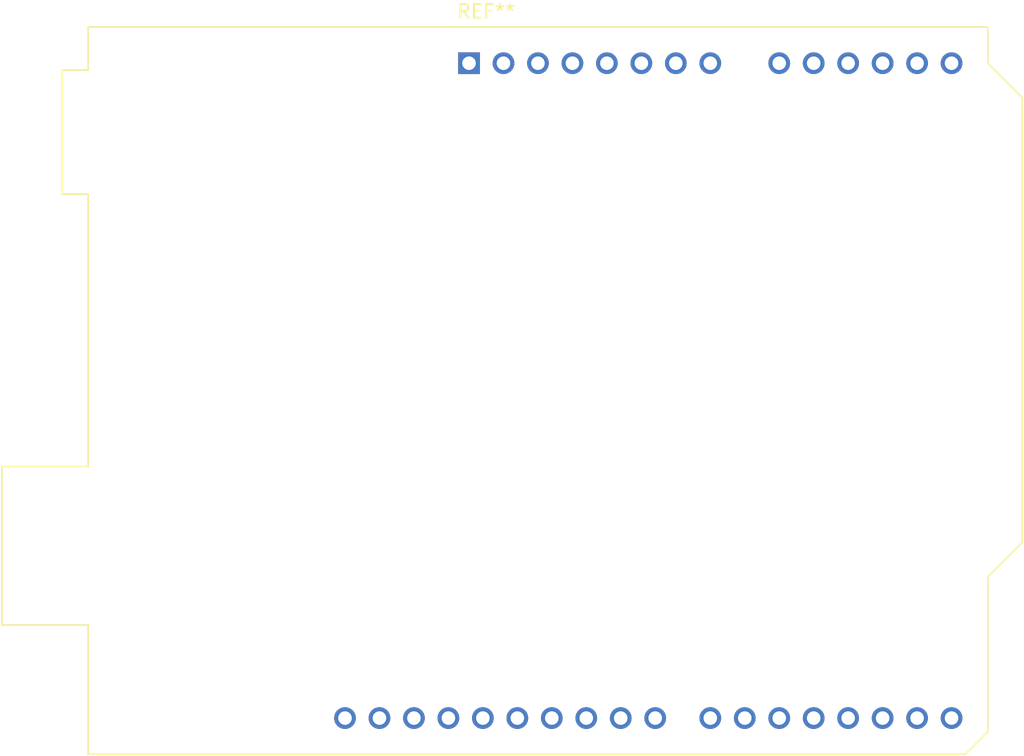
<source format=kicad_pcb>
(kicad_pcb (version 20240108) (generator "pcbnew") (generator_version "8.0")
  (layers (0 "F.Cu" signal) (31 "B.Cu" signal) (34 "B.Paste" user) (35 "F.Paste" user) (36 "B.SilkS" user "B.Silkscreen") (37 "F.SilkS" user "F.Silkscreen") (38 "B.Mask" user) (39 "F.Mask" user) (44 "Edge.Cuts" user))
  (net 0 "")
  (footprint "Module:Arduino_UNO_R3_WithMountingHoles" (layer "F.Cu") (at 83.5 72)
    (property "Reference" "REF**" (at 1.27 -3.81 180) (layer "F.SilkS"))
    (property "Value" "Arduino_UNO_R3_WithMountingHoles")
    (fp_line (start -34.42 29.72) (end -34.42 41.4) (stroke (width 0.12)) (layer "F.SilkS"))
    (fp_line (start -34.42 41.4) (end -28.07 41.4) (stroke (width 0.12)) (layer "F.SilkS"))
    (fp_line (start -29.97 0.51) (end -29.97 9.65) (stroke (width 0.12)) (layer "F.SilkS"))
    (fp_line (start -29.97 9.65) (end -28.07 9.65) (stroke (width 0.12)) (layer "F.SilkS"))
    (fp_line (start -28.07 -2.67) (end -28.07 0.51) (stroke (width 0.12)) (layer "F.SilkS"))
    (fp_line (start -28.07 0.51) (end -29.97 0.51) (stroke (width 0.12)) (layer "F.SilkS"))
    (fp_line (start -28.07 9.65) (end -28.07 29.72) (stroke (width 0.12)) (layer "F.SilkS"))
    (fp_line (start -28.07 29.72) (end -34.42 29.72) (stroke (width 0.12)) (layer "F.SilkS"))
    (fp_line (start -28.07 41.4) (end -28.07 50.93) (stroke (width 0.12)) (layer "F.SilkS"))
    (fp_line (start -28.07 50.93) (end 36.58 50.93) (stroke (width 0.12)) (layer "F.SilkS"))
    (fp_line (start 36.58 50.93) (end 38.23 49.28) (stroke (width 0.12)) (layer "F.SilkS"))
    (fp_line (start 38.23 -2.67) (end -28.07 -2.67) (stroke (width 0.12)) (layer "F.SilkS"))
    (fp_line (start 38.23 0) (end 38.23 -2.67) (stroke (width 0.12)) (layer "F.SilkS"))
    (fp_line (start 38.23 37.85) (end 40.77 35.31) (stroke (width 0.12)) (layer "F.SilkS"))
    (fp_line (start 38.23 49.28) (end 38.23 37.85) (stroke (width 0.12)) (layer "F.SilkS"))
    (fp_line (start 40.77 2.54) (end 38.23 0) (stroke (width 0.12)) (layer "F.SilkS"))
    (fp_line (start 40.77 35.31) (end 40.77 2.54) (stroke (width 0.12)) (layer "F.SilkS"))
    (pad "" np_thru_hole circle (at -13.97 0 90) (size 3.2 3.2) (drill 3.2) (layers "*.Cu" "*.Mask"))
    (pad "" np_thru_hole circle (at -12.7 48.26 90) (size 3.2 3.2) (drill 3.2) (layers "*.Cu" "*.Mask"))
    (pad "" np_thru_hole circle (at 38.1 5.08 90) (size 3.2 3.2) (drill 3.2) (layers "*.Cu" "*.Mask"))
    (pad "" np_thru_hole circle (at 38.1 33.02 90) (size 3.2 3.2) (drill 3.2) (layers "*.Cu" "*.Mask"))
    (pad "1" thru_hole rect (at 0 0 90) (size 1.6 1.6) (drill 1) (layers "*.Cu" "*.Mask"))
    (pad "2" thru_hole oval (at 2.54 0 90) (size 1.6 1.6) (drill 1) (layers "*.Cu" "*.Mask"))
    (pad "3" thru_hole oval (at 5.08 0 90) (size 1.6 1.6) (drill 1) (layers "*.Cu" "*.Mask"))
    (pad "4" thru_hole oval (at 7.62 0 90) (size 1.6 1.6) (drill 1) (layers "*.Cu" "*.Mask"))
    (pad "5" thru_hole oval (at 10.16 0 90) (size 1.6 1.6) (drill 1) (layers "*.Cu" "*.Mask"))
    (pad "6" thru_hole oval (at 12.7 0 90) (size 1.6 1.6) (drill 1) (layers "*.Cu" "*.Mask"))
    (pad "7" thru_hole oval (at 15.24 0 90) (size 1.6 1.6) (drill 1) (layers "*.Cu" "*.Mask"))
    (pad "8" thru_hole oval (at 17.78 0 90) (size 1.6 1.6) (drill 1) (layers "*.Cu" "*.Mask"))
    (pad "9" thru_hole oval (at 22.86 0 90) (size 1.6 1.6) (drill 1) (layers "*.Cu" "*.Mask"))
    (pad "10" thru_hole oval (at 25.4 0 90) (size 1.6 1.6) (drill 1) (layers "*.Cu" "*.Mask"))
    (pad "11" thru_hole oval (at 27.94 0 90) (size 1.6 1.6) (drill 1) (layers "*.Cu" "*.Mask"))
    (pad "12" thru_hole oval (at 30.48 0 90) (size 1.6 1.6) (drill 1) (layers "*.Cu" "*.Mask"))
    (pad "13" thru_hole oval (at 33.02 0 90) (size 1.6 1.6) (drill 1) (layers "*.Cu" "*.Mask"))
    (pad "14" thru_hole oval (at 35.56 0 90) (size 1.6 1.6) (drill 1) (layers "*.Cu" "*.Mask"))
    (pad "15" thru_hole oval (at 35.56 48.26 90) (size 1.6 1.6) (drill 1) (layers "*.Cu" "*.Mask"))
    (pad "16" thru_hole oval (at 33.02 48.26 90) (size 1.6 1.6) (drill 1) (layers "*.Cu" "*.Mask"))
    (pad "17" thru_hole oval (at 30.48 48.26 90) (size 1.6 1.6) (drill 1) (layers "*.Cu" "*.Mask"))
    (pad "18" thru_hole oval (at 27.94 48.26 90) (size 1.6 1.6) (drill 1) (layers "*.Cu" "*.Mask"))
    (pad "19" thru_hole oval (at 25.4 48.26 90) (size 1.6 1.6) (drill 1) (layers "*.Cu" "*.Mask"))
    (pad "20" thru_hole oval (at 22.86 48.26 90) (size 1.6 1.6) (drill 1) (layers "*.Cu" "*.Mask"))
    (pad "21" thru_hole oval (at 20.32 48.26 90) (size 1.6 1.6) (drill 1) (layers "*.Cu" "*.Mask"))
    (pad "22" thru_hole oval (at 17.78 48.26 90) (size 1.6 1.6) (drill 1) (layers "*.Cu" "*.Mask"))
    (pad "23" thru_hole oval (at 13.72 48.26 90) (size 1.6 1.6) (drill 1) (layers "*.Cu" "*.Mask"))
    (pad "24" thru_hole oval (at 11.18 48.26 90) (size 1.6 1.6) (drill 1) (layers "*.Cu" "*.Mask"))
    (pad "25" thru_hole oval (at 8.64 48.26 90) (size 1.6 1.6) (drill 1) (layers "*.Cu" "*.Mask"))
    (pad "26" thru_hole oval (at 6.1 48.26 90) (size 1.6 1.6) (drill 1) (layers "*.Cu" "*.Mask"))
    (pad "27" thru_hole oval (at 3.56 48.26 90) (size 1.6 1.6) (drill 1) (layers "*.Cu" "*.Mask"))
    (pad "28" thru_hole oval (at 1.02 48.26 90) (size 1.6 1.6) (drill 1) (layers "*.Cu" "*.Mask"))
    (pad "29" thru_hole oval (at -1.52 48.26 90) (size 1.6 1.6) (drill 1) (layers "*.Cu" "*.Mask"))
    (pad "30" thru_hole oval (at -4.06 48.26 90) (size 1.6 1.6) (drill 1) (layers "*.Cu" "*.Mask"))
    (pad "31" thru_hole oval (at -6.6 48.26 90) (size 1.6 1.6) (drill 1) (layers "*.Cu" "*.Mask"))
    (pad "32" thru_hole oval (at -9.14 48.26 90) (size 1.6 1.6) (drill 1) (layers "*.Cu" "*.Mask"))
  )
)
</source>
